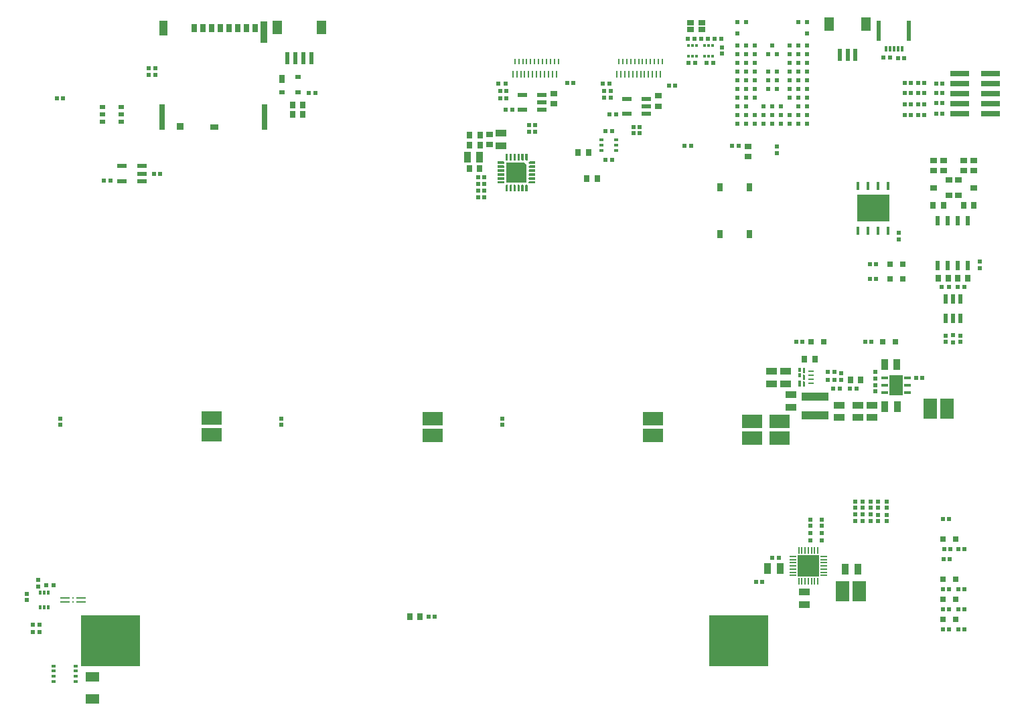
<source format=gtp>
G04*
G04 #@! TF.GenerationSoftware,Altium Limited,Altium Designer,23.3.1 (30)*
G04*
G04 Layer_Color=8421504*
%FSLAX43Y43*%
%MOMM*%
G71*
G04*
G04 #@! TF.SameCoordinates,D808C254-9F92-4D33-8E88-3B856B9356EB*
G04*
G04*
G04 #@! TF.FilePolarity,Positive*
G04*
G01*
G75*
%ADD20R,0.515X0.450*%
%ADD21R,0.300X0.520*%
%ADD22R,0.600X1.200*%
%ADD23R,1.150X0.600*%
%ADD24R,0.300X0.450*%
%ADD25R,0.600X1.250*%
%ADD26R,0.850X0.450*%
%ADD27R,1.700X2.600*%
%ADD28R,4.100X3.500*%
%ADD29R,0.450X1.100*%
%ADD30R,1.200X1.800*%
%ADD31R,0.600X1.550*%
%ADD32R,1.750X1.250*%
%ADD33R,1.350X0.950*%
%ADD34R,0.750X0.900*%
%ADD35R,0.520X0.550*%
%ADD36R,0.850X0.200*%
%ADD37R,0.200X0.850*%
%ADD38R,2.700X2.700*%
%ADD39R,0.500X0.400*%
%ADD40R,0.900X0.800*%
%ADD41R,0.700X0.600*%
%ADD42R,0.700X1.000*%
%ADD43R,0.600X0.600*%
%ADD44R,0.600X2.600*%
%ADD45R,0.300X0.800*%
%ADD46R,0.800X0.800*%
%ADD47R,0.850X0.650*%
%ADD48R,0.900X0.750*%
%ADD49R,2.400X0.760*%
%ADD50R,1.050X0.780*%
%ADD51R,0.900X0.930*%
%ADD52R,0.700X3.330*%
%ADD53R,0.860X2.800*%
%ADD54R,1.140X1.830*%
%ADD55R,0.700X1.100*%
%ADD56R,0.800X0.550*%
G04:AMPARAMS|DCode=57|XSize=0.25mm|YSize=0.6mm|CornerRadius=0.05mm|HoleSize=0mm|Usage=FLASHONLY|Rotation=270.000|XOffset=0mm|YOffset=0mm|HoleType=Round|Shape=RoundedRectangle|*
%AMROUNDEDRECTD57*
21,1,0.250,0.500,0,0,270.0*
21,1,0.150,0.600,0,0,270.0*
1,1,0.100,-0.250,-0.075*
1,1,0.100,-0.250,0.075*
1,1,0.100,0.250,0.075*
1,1,0.100,0.250,-0.075*
%
%ADD57ROUNDEDRECTD57*%
%ADD58R,2.606X1.703*%
%ADD59R,2.200X2.200*%
%ADD60C,0.270*%
G04:AMPARAMS|DCode=61|XSize=1.25mm|YSize=0.25mm|CornerRadius=0.125mm|HoleSize=0mm|Usage=FLASHONLY|Rotation=0.000|XOffset=0mm|YOffset=0mm|HoleType=Round|Shape=RoundedRectangle|*
%AMROUNDEDRECTD61*
21,1,1.250,0.000,0,0,0.0*
21,1,1.000,0.250,0,0,0.0*
1,1,0.250,0.500,0.000*
1,1,0.250,-0.500,0.000*
1,1,0.250,-0.500,0.000*
1,1,0.250,0.500,0.000*
%
%ADD61ROUNDEDRECTD61*%
%ADD62C,0.250*%
%ADD63R,7.468X6.477*%
%ADD64R,0.270X0.900*%
%ADD65R,0.270X0.800*%
%ADD66R,3.400X0.980*%
%ADD67R,0.550X0.520*%
%ADD68R,0.620X0.620*%
%ADD69R,0.620X0.620*%
%ADD70R,0.950X1.350*%
%ADD71R,1.703X2.606*%
G36*
X5750Y74710D02*
Y74680D01*
X5727Y74625D01*
X5685Y74582D01*
X5630Y74560D01*
X5570D01*
X5515Y74582D01*
X5473Y74625D01*
X5450Y74680D01*
Y74710D01*
Y75410D01*
X5750D01*
Y74710D01*
D02*
G37*
G36*
X5250D02*
Y74680D01*
X5227Y74625D01*
X5185Y74582D01*
X5130Y74560D01*
X5070D01*
X5015Y74582D01*
X4973Y74625D01*
X4950Y74680D01*
Y74710D01*
X4950D01*
Y75410D01*
X5250D01*
Y74710D01*
D02*
G37*
G36*
X4750D02*
Y74680D01*
X4727Y74625D01*
X4685Y74582D01*
X4630Y74560D01*
X4570D01*
X4515Y74582D01*
X4473Y74625D01*
X4450Y74680D01*
Y74710D01*
Y75410D01*
X4750D01*
Y74710D01*
D02*
G37*
G36*
X4250D02*
Y74680D01*
X4227Y74625D01*
X4185Y74582D01*
X4130Y74560D01*
X4070D01*
X4015Y74582D01*
X3973Y74625D01*
X3950Y74680D01*
Y74710D01*
Y75410D01*
X4250D01*
Y74710D01*
D02*
G37*
G36*
X3750D02*
Y74680D01*
X3727Y74625D01*
X3685Y74582D01*
X3630Y74560D01*
X3570D01*
X3515Y74582D01*
X3473Y74625D01*
X3450Y74680D01*
Y74710D01*
Y75410D01*
X3750D01*
X3750Y74710D01*
D02*
G37*
G36*
X3250D02*
Y74680D01*
X3227Y74625D01*
X3185Y74582D01*
X3130Y74560D01*
X3070D01*
X3015Y74582D01*
X2973Y74625D01*
X2950Y74680D01*
Y74710D01*
Y75410D01*
X3250D01*
Y74710D01*
D02*
G37*
G36*
X6725Y74135D02*
X5995D01*
X5940Y74157D01*
X5898Y74200D01*
X5875Y74255D01*
Y74285D01*
Y74314D01*
X5898Y74369D01*
X5940Y74412D01*
X5995Y74435D01*
X6725D01*
Y74135D01*
D02*
G37*
G36*
X2760Y74412D02*
X2802Y74369D01*
X2825Y74314D01*
Y74285D01*
Y74255D01*
X2802Y74200D01*
X2760Y74157D01*
X2705Y74135D01*
X1975D01*
Y74435D01*
X2705D01*
X2760Y74412D01*
D02*
G37*
G36*
X6725Y73635D02*
X6025Y73635D01*
X5995D01*
X5940Y73657D01*
X5898Y73700D01*
X5875Y73755D01*
Y73785D01*
Y73814D01*
X5898Y73869D01*
X5940Y73912D01*
X5995Y73935D01*
X6725D01*
Y73635D01*
D02*
G37*
G36*
X2760Y73912D02*
X2802Y73869D01*
X2825Y73814D01*
Y73785D01*
Y73755D01*
X2802Y73700D01*
X2760Y73657D01*
X2705Y73635D01*
X2675D01*
Y73635D01*
X1975D01*
Y73935D01*
X2705D01*
X2760Y73912D01*
D02*
G37*
G36*
X6725Y73135D02*
X5995D01*
X5940Y73157D01*
X5898Y73200D01*
X5875Y73255D01*
Y73285D01*
Y73314D01*
X5898Y73369D01*
X5940Y73412D01*
X5995Y73435D01*
X6725D01*
Y73135D01*
D02*
G37*
G36*
X2760Y73412D02*
X2802Y73369D01*
X2825Y73314D01*
Y73285D01*
Y73255D01*
X2802Y73200D01*
X2760Y73157D01*
X2705Y73135D01*
X1975D01*
Y73435D01*
X2705D01*
X2760Y73412D01*
D02*
G37*
G36*
X6725Y72635D02*
X5995D01*
X5940Y72657D01*
X5898Y72700D01*
X5875Y72755D01*
Y72785D01*
Y72814D01*
X5898Y72869D01*
X5940Y72912D01*
X5995Y72935D01*
X6725D01*
Y72635D01*
D02*
G37*
G36*
X2760Y72912D02*
X2802Y72869D01*
X2825Y72814D01*
Y72785D01*
Y72755D01*
X2802Y72700D01*
X2760Y72657D01*
X2705Y72635D01*
X1975D01*
Y72935D01*
X2705D01*
X2760Y72912D01*
D02*
G37*
G36*
X6725Y72135D02*
X5995D01*
X5940Y72157D01*
X5898Y72200D01*
X5875Y72255D01*
Y72285D01*
Y72314D01*
X5898Y72369D01*
X5940Y72412D01*
X5995Y72435D01*
X6025D01*
Y72435D01*
X6725D01*
Y72135D01*
D02*
G37*
G36*
X2675Y72435D02*
X2705D01*
X2760Y72412D01*
X2802Y72369D01*
X2825Y72314D01*
Y72285D01*
Y72255D01*
X2802Y72200D01*
X2760Y72157D01*
X2705Y72135D01*
X1975D01*
Y72435D01*
X2675Y72435D01*
D02*
G37*
G36*
X5625Y74060D02*
Y71760D01*
X3075D01*
Y74310D01*
X5375D01*
X5625Y74060D01*
D02*
G37*
G36*
X6725Y71635D02*
X5995D01*
X5940Y71657D01*
X5898Y71700D01*
X5875Y71755D01*
Y71785D01*
Y71814D01*
X5898Y71869D01*
X5940Y71912D01*
X5995Y71935D01*
X6725D01*
Y71635D01*
D02*
G37*
G36*
X2760Y71912D02*
X2802Y71869D01*
X2825Y71814D01*
Y71785D01*
Y71755D01*
X2802Y71700D01*
X2760Y71657D01*
X2705Y71635D01*
X1975D01*
Y71935D01*
X2705D01*
X2760Y71912D01*
D02*
G37*
G36*
X5685Y71487D02*
X5727Y71445D01*
X5750Y71389D01*
Y71360D01*
Y70660D01*
X5450D01*
Y71360D01*
Y71389D01*
X5473Y71445D01*
X5515Y71487D01*
X5570Y71510D01*
X5630D01*
X5685Y71487D01*
D02*
G37*
G36*
X5185D02*
X5227Y71445D01*
X5250Y71389D01*
Y71360D01*
Y70660D01*
X4950D01*
X4950Y71360D01*
Y71389D01*
X4973Y71445D01*
X5015Y71487D01*
X5070Y71510D01*
X5130D01*
X5185Y71487D01*
D02*
G37*
G36*
X4685D02*
X4727Y71445D01*
X4750Y71389D01*
Y71360D01*
Y70660D01*
X4450D01*
Y71360D01*
Y71389D01*
X4473Y71445D01*
X4515Y71487D01*
X4570Y71510D01*
X4630D01*
X4685Y71487D01*
D02*
G37*
G36*
X4185D02*
X4227Y71445D01*
X4250Y71389D01*
Y71360D01*
Y70660D01*
X3950D01*
Y71360D01*
Y71389D01*
X3973Y71445D01*
X4015Y71487D01*
X4070Y71510D01*
X4130D01*
X4185Y71487D01*
D02*
G37*
G36*
X3685D02*
X3727Y71445D01*
X3750Y71389D01*
Y71360D01*
X3750D01*
Y70660D01*
X3450D01*
Y71360D01*
Y71389D01*
X3473Y71445D01*
X3515Y71487D01*
X3570Y71510D01*
X3630D01*
X3685Y71487D01*
D02*
G37*
G36*
X3185D02*
X3227Y71445D01*
X3250Y71389D01*
Y71360D01*
Y70660D01*
X2950D01*
Y71360D01*
Y71389D01*
X2973Y71445D01*
X3015Y71487D01*
X3070Y71510D01*
X3130D01*
X3185Y71487D01*
D02*
G37*
G36*
X40263Y48293D02*
X40277Y48279D01*
X40285Y48260D01*
Y48250D01*
Y47826D01*
Y47816D01*
X40277Y47797D01*
X40263Y47783D01*
X40245Y47776D01*
X40025D01*
X40007Y47783D01*
X39993Y47797D01*
X39985Y47816D01*
Y47826D01*
Y48250D01*
Y48260D01*
X39993Y48279D01*
X40007Y48293D01*
X40025Y48300D01*
X40245D01*
X40263Y48293D01*
D02*
G37*
G36*
X40763Y48282D02*
X40777Y48268D01*
X40785Y48250D01*
Y48240D01*
Y47680D01*
Y47670D01*
X40777Y47652D01*
X40763Y47638D01*
X40745Y47630D01*
X40575D01*
X40557Y47638D01*
X40543Y47652D01*
X40535Y47670D01*
Y47680D01*
Y48240D01*
Y48250D01*
X40543Y48268D01*
X40557Y48282D01*
X40575Y48290D01*
X40745D01*
X40763Y48282D01*
D02*
G37*
G36*
X40263Y47618D02*
X40277Y47604D01*
X40285Y47585D01*
Y47576D01*
Y47151D01*
Y47141D01*
X40277Y47122D01*
X40263Y47108D01*
X40245Y47100D01*
X40025D01*
X40007Y47108D01*
X39993Y47122D01*
X39985Y47141D01*
Y47151D01*
Y47576D01*
Y47585D01*
X39993Y47604D01*
X40007Y47618D01*
X40025Y47625D01*
X40245D01*
X40263Y47618D01*
D02*
G37*
G36*
X40763Y47422D02*
X40777Y47408D01*
X40785Y47390D01*
Y47380D01*
Y46820D01*
Y46810D01*
X40777Y46792D01*
X40763Y46778D01*
X40745Y46770D01*
X40575D01*
X40557Y46778D01*
X40543Y46792D01*
X40535Y46810D01*
Y46820D01*
Y47380D01*
Y47390D01*
X40543Y47408D01*
X40557Y47422D01*
X40575Y47430D01*
X40745D01*
X40763Y47422D01*
D02*
G37*
G36*
Y46562D02*
X40777Y46548D01*
X40785Y46530D01*
Y46520D01*
Y45960D01*
Y45950D01*
X40777Y45932D01*
X40763Y45918D01*
X40745Y45910D01*
X40575D01*
X40557Y45918D01*
X40543Y45932D01*
X40535Y45950D01*
Y45960D01*
Y46520D01*
Y46530D01*
X40543Y46548D01*
X40557Y46562D01*
X40575Y46570D01*
X40745D01*
X40763Y46562D01*
D02*
G37*
G36*
X40263Y46692D02*
X40277Y46678D01*
X40285Y46660D01*
Y46650D01*
Y45950D01*
Y45940D01*
X40277Y45922D01*
X40263Y45908D01*
X40245Y45900D01*
X40025D01*
X40007Y45908D01*
X39993Y45922D01*
X39985Y45940D01*
Y45950D01*
Y46650D01*
Y46660D01*
X39993Y46678D01*
X40007Y46692D01*
X40025Y46700D01*
X40245D01*
X40263Y46692D01*
D02*
G37*
D20*
X-54208Y10575D02*
D03*
Y9925D02*
D03*
Y9275D02*
D03*
Y8625D02*
D03*
X-51392D02*
D03*
Y9275D02*
D03*
Y9925D02*
D03*
Y10575D02*
D03*
D21*
X-55875Y19840D02*
D03*
X-55375D02*
D03*
X-54875D02*
D03*
Y17960D02*
D03*
X-55375D02*
D03*
X-55875D02*
D03*
D22*
X60450Y57050D02*
D03*
X59500D02*
D03*
X58550D02*
D03*
Y54550D02*
D03*
X59500D02*
D03*
X60450D02*
D03*
D23*
X7550Y80950D02*
D03*
Y81900D02*
D03*
Y82850D02*
D03*
X5050D02*
D03*
Y80950D02*
D03*
X-45550Y71950D02*
D03*
Y73850D02*
D03*
X-43050D02*
D03*
Y72900D02*
D03*
Y71950D02*
D03*
X18250Y80450D02*
D03*
Y82350D02*
D03*
X20750D02*
D03*
Y81400D02*
D03*
Y80450D02*
D03*
D24*
X27100Y87725D02*
D03*
X26600D02*
D03*
X26100D02*
D03*
X27100Y89075D02*
D03*
X26100D02*
D03*
X26600D02*
D03*
X28100D02*
D03*
X28600D02*
D03*
X29100D02*
D03*
X28100Y87725D02*
D03*
X29100D02*
D03*
X28600D02*
D03*
D25*
X57595Y61265D02*
D03*
X58865D02*
D03*
X60135D02*
D03*
X61405D02*
D03*
X57595Y66915D02*
D03*
X58865D02*
D03*
X60135D02*
D03*
X61405D02*
D03*
D26*
X53750Y45150D02*
D03*
Y46100D02*
D03*
Y47050D02*
D03*
X50850D02*
D03*
Y46100D02*
D03*
Y45150D02*
D03*
D27*
X52300Y46100D02*
D03*
D28*
X49435Y68500D02*
D03*
D29*
X51340Y65700D02*
D03*
X50070D02*
D03*
X48800D02*
D03*
X47530D02*
D03*
Y71300D02*
D03*
X48800D02*
D03*
X50070D02*
D03*
X51340D02*
D03*
D30*
X-20300Y91400D02*
D03*
X-25900D02*
D03*
X43900Y91825D02*
D03*
X48500D02*
D03*
D31*
X-24600Y87525D02*
D03*
X-23600D02*
D03*
X-22600D02*
D03*
X-21600D02*
D03*
X47200Y87950D02*
D03*
X46200D02*
D03*
X45200D02*
D03*
D32*
X-49300Y9200D02*
D03*
Y6400D02*
D03*
D33*
X49300Y43600D02*
D03*
Y42000D02*
D03*
X36600Y47900D02*
D03*
Y46300D02*
D03*
X40700Y18300D02*
D03*
Y19900D02*
D03*
X47500Y43600D02*
D03*
Y42000D02*
D03*
X2400Y76400D02*
D03*
Y78000D02*
D03*
X39025Y43300D02*
D03*
Y44900D02*
D03*
X38375Y47900D02*
D03*
Y46300D02*
D03*
X45100Y43600D02*
D03*
Y42000D02*
D03*
D34*
X14550Y72300D02*
D03*
X13250D02*
D03*
X-22650Y80400D02*
D03*
X-23950D02*
D03*
X-22650Y81600D02*
D03*
X-23950D02*
D03*
X-7850Y16800D02*
D03*
X-9150D02*
D03*
X-350Y73500D02*
D03*
X-1650D02*
D03*
X-270Y77750D02*
D03*
X-1570D02*
D03*
X-270Y76500D02*
D03*
X-1570D02*
D03*
X62175Y68865D02*
D03*
X60875D02*
D03*
X60125Y59690D02*
D03*
X61425D02*
D03*
X58950D02*
D03*
X57650D02*
D03*
X57000Y68890D02*
D03*
X58300D02*
D03*
X40750Y49400D02*
D03*
X42050D02*
D03*
X13450Y75600D02*
D03*
X12150D02*
D03*
X47850Y46800D02*
D03*
X46550D02*
D03*
D35*
X47300Y45700D02*
D03*
X46500D02*
D03*
X28500Y89975D02*
D03*
X27700D02*
D03*
X30200D02*
D03*
X29400D02*
D03*
X26000D02*
D03*
X26800D02*
D03*
X29200Y86900D02*
D03*
X28400D02*
D03*
X26100D02*
D03*
X26900D02*
D03*
X-21100Y83100D02*
D03*
X-21900D02*
D03*
X3800Y81000D02*
D03*
X3000D02*
D03*
X58200Y80500D02*
D03*
X57400D02*
D03*
Y81800D02*
D03*
X58200D02*
D03*
Y84300D02*
D03*
X57400D02*
D03*
X58200Y83100D02*
D03*
X57400D02*
D03*
X52550Y87525D02*
D03*
X53350D02*
D03*
X50750Y87550D02*
D03*
X51550D02*
D03*
X16100Y80400D02*
D03*
X16900D02*
D03*
X60160Y17780D02*
D03*
X60960D02*
D03*
X59100Y24100D02*
D03*
X58300D02*
D03*
X59220Y25400D02*
D03*
X58420D02*
D03*
X59055Y17780D02*
D03*
X58255D02*
D03*
X60160Y25400D02*
D03*
X60960D02*
D03*
X59055Y15240D02*
D03*
X58255D02*
D03*
X59055Y20320D02*
D03*
X58255D02*
D03*
X59055Y29210D02*
D03*
X58255D02*
D03*
X60160Y15240D02*
D03*
X60960D02*
D03*
X-6000Y16800D02*
D03*
X-6800D02*
D03*
X60160Y20320D02*
D03*
X60960D02*
D03*
X280Y72425D02*
D03*
X-520D02*
D03*
Y71575D02*
D03*
X280D02*
D03*
Y70725D02*
D03*
X-520D02*
D03*
Y69875D02*
D03*
X280D02*
D03*
X44500Y46800D02*
D03*
X43700D02*
D03*
X44400Y45700D02*
D03*
X45200D02*
D03*
X44500Y47800D02*
D03*
X43700D02*
D03*
X24400Y84000D02*
D03*
X23600D02*
D03*
X16225Y82475D02*
D03*
X15425D02*
D03*
Y83325D02*
D03*
X16225D02*
D03*
X3075Y82450D02*
D03*
X2275D02*
D03*
X11550Y84375D02*
D03*
X10750D02*
D03*
X3075Y83325D02*
D03*
X2275D02*
D03*
X55644Y47050D02*
D03*
X54844D02*
D03*
X35400Y21200D02*
D03*
X34600D02*
D03*
X54200Y81700D02*
D03*
X53400D02*
D03*
X54200Y80300D02*
D03*
X53400D02*
D03*
X54200Y83100D02*
D03*
X53400D02*
D03*
X54200Y84400D02*
D03*
X53400D02*
D03*
X55900Y81700D02*
D03*
X55100D02*
D03*
X55900Y80300D02*
D03*
X55100D02*
D03*
X55900Y83100D02*
D03*
X55100D02*
D03*
X55900Y84400D02*
D03*
X55100D02*
D03*
X49800Y61400D02*
D03*
X49000D02*
D03*
X49800Y59600D02*
D03*
X49000D02*
D03*
X40500Y51600D02*
D03*
X39700D02*
D03*
X49200D02*
D03*
X48400D02*
D03*
X-41500Y72900D02*
D03*
X-40700D02*
D03*
X-56000Y14900D02*
D03*
X-56800D02*
D03*
X-56000Y15800D02*
D03*
X-56800D02*
D03*
X16400Y78300D02*
D03*
X15600D02*
D03*
Y74600D02*
D03*
X16400D02*
D03*
X-53800Y82400D02*
D03*
X-53000D02*
D03*
D36*
X43170Y22025D02*
D03*
Y22425D02*
D03*
Y22825D02*
D03*
Y23225D02*
D03*
Y23625D02*
D03*
Y24025D02*
D03*
Y24425D02*
D03*
X39270D02*
D03*
Y24025D02*
D03*
Y23625D02*
D03*
Y23225D02*
D03*
Y22825D02*
D03*
Y22425D02*
D03*
Y22025D02*
D03*
D37*
X42420Y25175D02*
D03*
X42020D02*
D03*
X41620D02*
D03*
X41220D02*
D03*
X40820D02*
D03*
X40420D02*
D03*
X40020D02*
D03*
Y21275D02*
D03*
X40420D02*
D03*
X40820D02*
D03*
X41220D02*
D03*
X41620D02*
D03*
X42020D02*
D03*
X42420D02*
D03*
D38*
X41220Y23225D02*
D03*
D39*
X16950Y77150D02*
D03*
Y76500D02*
D03*
Y75850D02*
D03*
X15050D02*
D03*
Y76500D02*
D03*
Y77150D02*
D03*
D40*
X57025Y71115D02*
D03*
X59025Y72065D02*
D03*
Y70165D02*
D03*
X62175Y71115D02*
D03*
X60175Y70165D02*
D03*
Y72065D02*
D03*
D41*
X-23300Y85100D02*
D03*
Y83200D02*
D03*
X-25300D02*
D03*
D42*
Y84900D02*
D03*
X33750Y71200D02*
D03*
Y65200D02*
D03*
X30050Y71200D02*
D03*
Y65200D02*
D03*
D43*
X40000Y88000D02*
D03*
X41100Y85800D02*
D03*
X40000Y86900D02*
D03*
X36150Y88000D02*
D03*
X32300Y92100D02*
D03*
Y90600D02*
D03*
X32300Y89100D02*
D03*
Y88000D02*
D03*
Y86900D02*
D03*
Y85800D02*
D03*
Y84700D02*
D03*
Y83600D02*
D03*
Y82500D02*
D03*
Y81400D02*
D03*
Y80300D02*
D03*
Y79200D02*
D03*
X33400Y92100D02*
D03*
X33400Y89100D02*
D03*
Y88000D02*
D03*
Y86900D02*
D03*
Y85800D02*
D03*
Y84700D02*
D03*
Y83600D02*
D03*
Y82500D02*
D03*
Y81400D02*
D03*
Y80300D02*
D03*
Y79200D02*
D03*
X34500Y89100D02*
D03*
Y88000D02*
D03*
Y86900D02*
D03*
Y85800D02*
D03*
Y84700D02*
D03*
Y83600D02*
D03*
Y82500D02*
D03*
Y80300D02*
D03*
Y79200D02*
D03*
X35600Y81400D02*
D03*
Y80300D02*
D03*
Y79200D02*
D03*
X36700Y89100D02*
D03*
X36150Y85800D02*
D03*
Y83600D02*
D03*
X36700Y81400D02*
D03*
Y80300D02*
D03*
Y79200D02*
D03*
X37800Y81400D02*
D03*
Y80300D02*
D03*
Y79200D02*
D03*
X38900Y89100D02*
D03*
Y88000D02*
D03*
Y86900D02*
D03*
Y85800D02*
D03*
Y84700D02*
D03*
Y83600D02*
D03*
Y82500D02*
D03*
Y80300D02*
D03*
Y79200D02*
D03*
X40000Y92100D02*
D03*
X40000Y89100D02*
D03*
Y85800D02*
D03*
Y80300D02*
D03*
X41100Y92100D02*
D03*
Y90600D02*
D03*
Y89100D02*
D03*
Y88000D02*
D03*
Y86900D02*
D03*
Y79200D02*
D03*
X36150Y84700D02*
D03*
X37250Y88000D02*
D03*
Y85800D02*
D03*
Y83600D02*
D03*
Y84700D02*
D03*
X40000Y84700D02*
D03*
Y83600D02*
D03*
Y82500D02*
D03*
X41100D02*
D03*
Y83600D02*
D03*
Y84700D02*
D03*
Y81400D02*
D03*
Y80300D02*
D03*
X40000Y79200D02*
D03*
Y81400D02*
D03*
D44*
X53950Y91000D02*
D03*
X50150D02*
D03*
D45*
X51050Y88700D02*
D03*
X53050D02*
D03*
X52550D02*
D03*
X52050D02*
D03*
X51550D02*
D03*
D46*
X52200Y51600D02*
D03*
X50600D02*
D03*
X59855Y16510D02*
D03*
X58255D02*
D03*
X59855Y19050D02*
D03*
X58255D02*
D03*
X59855Y26670D02*
D03*
X58255D02*
D03*
Y21590D02*
D03*
X59855D02*
D03*
X51600Y61400D02*
D03*
X53200D02*
D03*
X51600Y59600D02*
D03*
X53200D02*
D03*
X43200Y51600D02*
D03*
X41600D02*
D03*
D47*
X27800Y91175D02*
D03*
Y92025D02*
D03*
X26350Y91175D02*
D03*
Y92025D02*
D03*
D48*
X22300Y81450D02*
D03*
Y82750D02*
D03*
X33600Y76350D02*
D03*
Y75050D02*
D03*
X9100Y83050D02*
D03*
Y81750D02*
D03*
X900Y76550D02*
D03*
Y77850D02*
D03*
X60875Y73290D02*
D03*
Y74590D02*
D03*
X58350D02*
D03*
Y73290D02*
D03*
X62125Y74590D02*
D03*
Y73290D02*
D03*
X57075Y74590D02*
D03*
Y73290D02*
D03*
D49*
X60368Y80493D02*
D03*
Y81762D02*
D03*
Y83033D02*
D03*
Y84302D02*
D03*
Y85573D02*
D03*
X64268D02*
D03*
Y84302D02*
D03*
Y83033D02*
D03*
Y81762D02*
D03*
Y80493D02*
D03*
D50*
X-33905Y78775D02*
D03*
D51*
X-38170Y78850D02*
D03*
D52*
X-27520Y80050D02*
D03*
X-40480D02*
D03*
D53*
X-27600Y90815D02*
D03*
D54*
X-40260Y91300D02*
D03*
D55*
X-28680Y91315D02*
D03*
X-29780D02*
D03*
X-30880D02*
D03*
X-31980D02*
D03*
X-33080D02*
D03*
X-34180D02*
D03*
X-35280D02*
D03*
X-36380D02*
D03*
D56*
X-45600Y81350D02*
D03*
Y80400D02*
D03*
Y79450D02*
D03*
X-48000D02*
D03*
Y80400D02*
D03*
Y81350D02*
D03*
D57*
X41575Y47850D02*
D03*
Y47350D02*
D03*
Y46850D02*
D03*
Y46350D02*
D03*
D58*
X21600Y41851D02*
D03*
Y39749D02*
D03*
X37600Y41551D02*
D03*
Y39449D02*
D03*
X34100Y41551D02*
D03*
Y39449D02*
D03*
X-34200Y41951D02*
D03*
Y39849D02*
D03*
X-6300Y41851D02*
D03*
Y39749D02*
D03*
D59*
X4350Y73035D02*
D03*
D60*
X6315Y74285D02*
D03*
X6300Y73785D02*
D03*
Y73285D02*
D03*
X6315Y72785D02*
D03*
X6300Y72285D02*
D03*
Y71785D02*
D03*
X5600Y71069D02*
D03*
X5100Y71085D02*
D03*
X4600D02*
D03*
X4100Y71069D02*
D03*
X3600Y71085D02*
D03*
X3100D02*
D03*
X2125Y71785D02*
D03*
X2400Y72285D02*
D03*
Y72785D02*
D03*
X2385Y73285D02*
D03*
X2400Y73785D02*
D03*
Y74285D02*
D03*
X3100Y75260D02*
D03*
X3600Y74985D02*
D03*
X4100D02*
D03*
X4600Y75000D02*
D03*
X5100Y74985D02*
D03*
X5600D02*
D03*
D61*
X-52725Y18650D02*
D03*
X-50725D02*
D03*
Y19150D02*
D03*
X-52725D02*
D03*
D62*
X-51725Y18650D02*
D03*
Y19150D02*
D03*
D63*
X32412Y13800D02*
D03*
X-46963D02*
D03*
D64*
X22525Y85450D02*
D03*
X22025D02*
D03*
X21525D02*
D03*
X21025D02*
D03*
X20525D02*
D03*
X20025D02*
D03*
X19525D02*
D03*
X19025D02*
D03*
X18525D02*
D03*
X18025D02*
D03*
X17525D02*
D03*
X17025D02*
D03*
X3875D02*
D03*
X4375D02*
D03*
X4875D02*
D03*
X5375D02*
D03*
X5875D02*
D03*
X6375D02*
D03*
X6875D02*
D03*
X7375D02*
D03*
X7875D02*
D03*
X8375D02*
D03*
X8875D02*
D03*
X9375D02*
D03*
D65*
X17275Y87050D02*
D03*
X17775D02*
D03*
X18275D02*
D03*
X18775D02*
D03*
X19275D02*
D03*
X19775D02*
D03*
X20275D02*
D03*
X20775D02*
D03*
X21275D02*
D03*
X21775D02*
D03*
X22275D02*
D03*
X22775D02*
D03*
X9625D02*
D03*
X9125D02*
D03*
X8625D02*
D03*
X8125D02*
D03*
X7625D02*
D03*
X7125D02*
D03*
X6625D02*
D03*
X6125D02*
D03*
X5625D02*
D03*
X5125D02*
D03*
X4625D02*
D03*
X4125D02*
D03*
D66*
X42050Y44635D02*
D03*
Y42265D02*
D03*
D67*
X52700Y64600D02*
D03*
Y65400D02*
D03*
X30300Y88100D02*
D03*
Y88900D02*
D03*
X-53340Y41110D02*
D03*
Y41910D02*
D03*
X5900Y78200D02*
D03*
Y79000D02*
D03*
X19100Y78800D02*
D03*
Y78000D02*
D03*
X2540Y41910D02*
D03*
Y41110D02*
D03*
X-25400Y41910D02*
D03*
Y41110D02*
D03*
X19900Y78800D02*
D03*
Y78000D02*
D03*
X6700Y79000D02*
D03*
Y78200D02*
D03*
X42900Y28300D02*
D03*
Y29100D02*
D03*
X49105Y29725D02*
D03*
Y28925D02*
D03*
X50075Y31375D02*
D03*
Y30575D02*
D03*
X51100Y31375D02*
D03*
Y30575D02*
D03*
X47130Y31400D02*
D03*
Y30600D02*
D03*
X47130Y29725D02*
D03*
Y28925D02*
D03*
X48100Y31400D02*
D03*
Y30600D02*
D03*
X50070Y29700D02*
D03*
Y28900D02*
D03*
X41500Y28300D02*
D03*
Y29100D02*
D03*
X49105Y31400D02*
D03*
Y30600D02*
D03*
X48100Y29725D02*
D03*
Y28925D02*
D03*
X51100Y29700D02*
D03*
Y28900D02*
D03*
X45400Y46800D02*
D03*
Y47600D02*
D03*
X49725Y46975D02*
D03*
Y47775D02*
D03*
Y45325D02*
D03*
Y46125D02*
D03*
X-57600Y18900D02*
D03*
Y19700D02*
D03*
X-56125Y21450D02*
D03*
Y20650D02*
D03*
X37250Y75500D02*
D03*
Y76300D02*
D03*
X-42200Y86200D02*
D03*
Y85400D02*
D03*
X-41300D02*
D03*
Y86200D02*
D03*
X60468Y51571D02*
D03*
Y52371D02*
D03*
X58561Y51571D02*
D03*
Y52371D02*
D03*
D68*
X25550Y76400D02*
D03*
X26450D02*
D03*
X36650Y24300D02*
D03*
X37550D02*
D03*
X60975Y58515D02*
D03*
X60075D02*
D03*
X58100Y58525D02*
D03*
X59000D02*
D03*
X16125Y84275D02*
D03*
X15225D02*
D03*
X2075D02*
D03*
X2975D02*
D03*
X-55125Y20750D02*
D03*
X-54225D02*
D03*
X-46950Y72000D02*
D03*
X-47850D02*
D03*
X32450Y76400D02*
D03*
X31550D02*
D03*
D69*
X42900Y27350D02*
D03*
Y26450D02*
D03*
X41500Y27350D02*
D03*
Y26450D02*
D03*
X62950Y60890D02*
D03*
Y61790D02*
D03*
X59511Y52411D02*
D03*
Y51511D02*
D03*
D70*
X36100Y22900D02*
D03*
X37700D02*
D03*
X50900Y43400D02*
D03*
X52500D02*
D03*
X50850Y48700D02*
D03*
X52450D02*
D03*
X47500Y22800D02*
D03*
X45900D02*
D03*
X-300Y75000D02*
D03*
X-1900D02*
D03*
D71*
X45549Y20000D02*
D03*
X47651D02*
D03*
X56649Y43100D02*
D03*
X58751D02*
D03*
M02*

</source>
